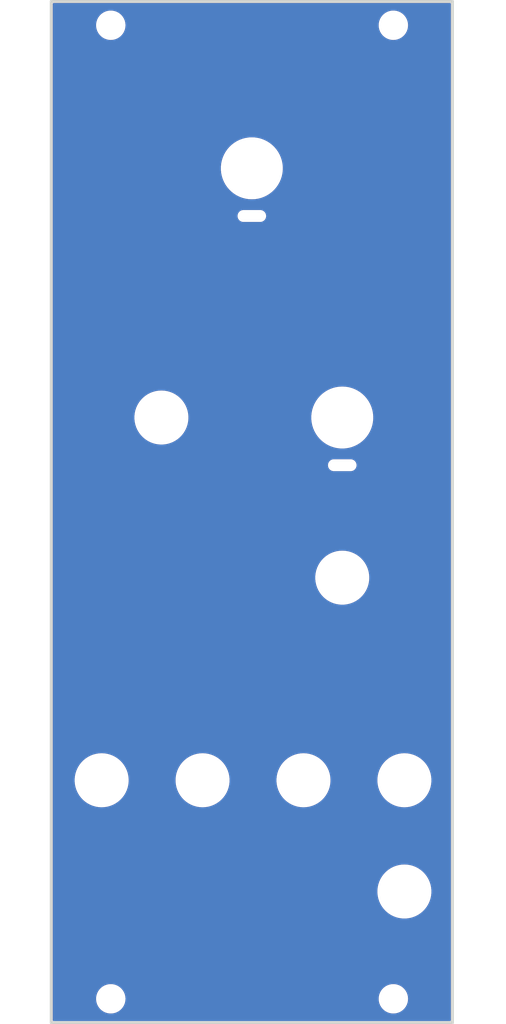
<source format=kicad_pcb>
(kicad_pcb (version 20211014) (generator pcbnew)
  (title_block (title "Eurorack Panel for VCF-4P") (date "2022-07-20") (rev "1.0") (company "Len Popp") (comment 1 "Copyright © 2022 Len Popp CC BY") (comment 2 "10 HP"))
  (layers (0 "F.Cu" signal) (31 "B.Cu" signal) (34 "B.Paste" user) (35 "F.Paste" user) (36 "B.SilkS" user "B.Silkscreen") (37 "F.SilkS" user "F.Silkscreen") (38 "B.Mask" user) (39 "F.Mask" user) (44 "Edge.Cuts" user))
  (net 0 "")
  (footprint "-lmp-holes:MountingHole_Panel_3.2mm_M3" (layer "F.Cu") (at 127.5 53)
    (fp_text reference "REF**" hide)
    (fp_text value "MountingHole_Panel_3.2mm_M3")
    (pad "" np_thru_hole circle locked (at 0 0) (size 3.2 3.2) (drill 3.2) (layers *.Cu *.Mask))
  )
  (footprint "-lmp-holes:MountingHole_Panel_3.2mm_M3" (layer "F.Cu") (at 127.5 175.5)
    (fp_text reference "REF**" hide)
    (fp_text value "MountingHole_Panel_3.2mm_M3")
    (pad "" np_thru_hole circle locked (at 0 0) (size 3.2 3.2) (drill 3.2) (layers *.Cu *.Mask))
  )
  (footprint "-lmp-holes:MountingHole_Panel_3.2mm_M3" (layer "F.Cu") (at 163.06 53)
    (fp_text reference "REF**" hide)
    (fp_text value "MountingHole_Panel_3.2mm_M3")
    (pad "" np_thru_hole circle locked (at 0 0) (size 3.2 3.2) (drill 3.2) (layers *.Cu *.Mask))
  )
  (footprint "-lmp-holes:MountingHole_Panel_3.2mm_M3" (layer "F.Cu") (at 163.06 175.5)
    (fp_text reference "REF**" hide)
    (fp_text value "MountingHole_Panel_3.2mm_M3")
    (pad "" np_thru_hole circle locked (at 0 0) (size 3.2 3.2) (drill 3.2) (layers *.Cu *.Mask))
  )
  (footprint "-lmp-holes:MountingHole_Jack_3.5mm_PJ398" (layer "F.Cu") (at 151.75 148)
    (fp_text reference "REF**" hide)
    (fp_text value "MountingHole_Jack_3.5mm_PJ398")
    (pad "" np_thru_hole circle locked (at 0 0) (size 6.3 6.3) (drill 6.3) (layers *.Cu *.Mask))
  )
  (footprint "-lmp-holes:MountingHole_Jack_3.5mm_PJ398" (layer "F.Cu") (at 164.45 148)
    (fp_text reference "REF**" hide)
    (fp_text value "MountingHole_Jack_3.5mm_PJ398")
    (pad "" np_thru_hole circle locked (at 0 0) (size 6.3 6.3) (drill 6.3) (layers *.Cu *.Mask))
  )
  (footprint "-lmp-holes:MountingHole_Pot_SongHuei" (layer "F.Cu") (at 156.63 122.51)
    (fp_text reference "REF**" hide)
    (fp_text value "MountingHole_Pot_SongHuei")
    (pad "" np_thru_hole circle (at 0 0) (size 6.3 6.3) (drill 6.3) (layers F&B.Cu *.Mask))
  )
  (footprint "-lmp-holes:MountingHole_Jack_3.5mm_PJ398" (layer "F.Cu") (at 164.45 162)
    (fp_text reference "REF**" hide)
    (fp_text value "MountingHole_Jack_3.5mm_PJ398")
    (pad "" np_thru_hole circle locked (at 0 0) (size 6.3 6.3) (drill 6.3) (layers *.Cu *.Mask))
  )
  (footprint "-lmp-holes:MountingHole_Pot_Alpha" (layer "F.Cu") (at 156.63 102.36)
    (fp_text reference "REF**" hide)
    (fp_text value "MountingHole_Pot_Alpha")
    (pad "" np_thru_hole oval (at 0 6) (size 3.1 1) (drill oval 3.1 1) (layers F&B.Cu *.Mask))
    (pad "" np_thru_hole circle (at 0 0) (size 7.3 7.3) (drill 7.3) (layers *.Cu *.Mask))
  )
  (footprint "-lmp-holes:MountingHole_Jack_3.5mm_PJ398" (layer "F.Cu") (at 126.35 148)
    (fp_text reference "REF**" hide)
    (fp_text value "MountingHole_Jack_3.5mm_PJ398")
    (pad "" np_thru_hole circle locked (at 0 0) (size 6.3 6.3) (drill 6.3) (layers *.Cu *.Mask))
  )
  (footprint "-lmp-holes:MountingHole_Pot_Alpha" (layer "F.Cu") (at 145.25 71)
    (fp_text reference "REF**" hide)
    (fp_text value "MountingHole_Pot_Alpha")
    (pad "" np_thru_hole oval (at 0 6) (size 3.1 1) (drill oval 3.1 1) (layers F&B.Cu *.Mask))
    (pad "" np_thru_hole circle (at 0 0) (size 7.3 7.3) (drill 7.3) (layers *.Cu *.Mask))
  )
  (footprint "-lmp-holes:MountingHole_Pot_SongHuei" (layer "F.Cu") (at 133.87 102.36)
    (fp_text reference "REF**" hide)
    (fp_text value "MountingHole_Pot_SongHuei")
    (pad "" np_thru_hole circle (at 0 0) (size 6.3 6.3) (drill 6.3) (layers F&B.Cu *.Mask))
  )
  (footprint "-lmp-holes:MountingHole_Jack_3.5mm_PJ398" (layer "F.Cu") (at 139.05 148)
    (fp_text reference "REF**" hide)
    (fp_text value "MountingHole_Jack_3.5mm_PJ398")
    (pad "" np_thru_hole circle locked (at 0 0) (size 6.3 6.3) (drill 6.3) (layers *.Cu *.Mask))
  )
  (gr_line (start 120 178.5) (end 120 50) (layer "Edge.Cuts") (width 0.3556))
  (gr_line (start 170.5 50) (end 170.5 178.5) (layer "Edge.Cuts") (width 0.3556))
  (gr_line (start 120 50) (end 170.5 50) (layer "Edge.Cuts") (width 0.3556))
  (gr_line (start 170.5 178.5) (end 120 178.5) (layer "Edge.Cuts") (width 0.3556))
  (zone (net 0) (net_name "") (layer "F.Cu") (connect_pads (clearance 0.2032)) (min_thickness 0.2032) (fill yes (thermal_gap 0.508) (thermal_bridge_width 0.508))
    (polygon (pts (xy 170.6 178.6) (xy 119.9 178.6) (xy 119.9 49.9) (xy 170.6 49.9)))
  )
  (zone (net 0) (net_name "") (layer "B.Cu") (connect_pads (clearance 0.2032)) (min_thickness 0.2032) (fill yes (thermal_gap 0.508) (thermal_bridge_width 0.508))
    (polygon (pts (xy 170.6 178.6) (xy 119.9 178.6) (xy 119.9 49.9) (xy 170.6 49.9)))
  )
)
</source>
